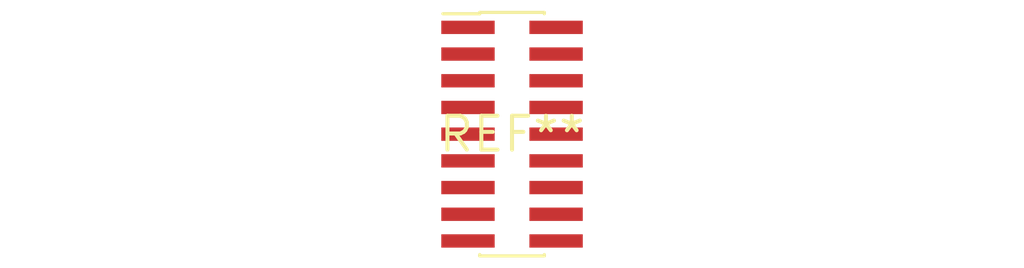
<source format=kicad_pcb>
(kicad_pcb (version 20240108) (generator pcbnew)
  (layers (0 "F.Cu" signal) (31 "B.Cu" signal) (34 "B.Paste" user) (35 "F.Paste" user) (36 "B.SilkS" user "B.Silkscreen") (37 "F.SilkS" user "F.Silkscreen") (38 "B.Mask" user) (39 "F.Mask" user) (44 "Edge.Cuts" user))
  (net 0 "")
  (footprint "PinHeader_2x09_P1.00mm_Vertical_SMD" (layer "F.Cu") (at 0 0)
    (property "Reference" "REF**")
    (property "Value" "PinHeader_2x09_P1.00mm_Vertical_SMD")
    (fp_line (start -2.59 -4.51) (end -1.21 -4.51) (layer "F.SilkS") (stroke (width 0.12)))
    (fp_line (start -1.21 -4.56) (end -1.21 -4.51) (layer "F.SilkS") (stroke (width 0.12)))
    (fp_line (start -1.21 -4.56) (end 1.21 -4.56) (layer "F.SilkS") (stroke (width 0.12)))
    (fp_line (start -1.21 4.51) (end -1.21 4.56) (layer "F.SilkS") (stroke (width 0.12)))
    (fp_line (start -1.21 4.56) (end 1.21 4.56) (layer "F.SilkS") (stroke (width 0.12)))
    (fp_line (start 1.21 -4.56) (end 1.21 -4.51) (layer "F.SilkS") (stroke (width 0.12)))
    (fp_line (start 1.21 4.51) (end 1.21 4.56) (layer "F.SilkS") (stroke (width 0.12)))
    (pad "1" smd rect (at -1.65 -4) (size 2 0.5) (layers "F.Cu" "F.Paste" "F.Mask"))
    (pad "2" smd rect (at 1.65 -4) (size 2 0.5) (layers "F.Cu" "F.Paste" "F.Mask"))
    (pad "3" smd rect (at -1.65 -3) (size 2 0.5) (layers "F.Cu" "F.Paste" "F.Mask"))
    (pad "4" smd rect (at 1.65 -3) (size 2 0.5) (layers "F.Cu" "F.Paste" "F.Mask"))
    (pad "5" smd rect (at -1.65 -2) (size 2 0.5) (layers "F.Cu" "F.Paste" "F.Mask"))
    (pad "6" smd rect (at 1.65 -2) (size 2 0.5) (layers "F.Cu" "F.Paste" "F.Mask"))
    (pad "7" smd rect (at -1.65 -1) (size 2 0.5) (layers "F.Cu" "F.Paste" "F.Mask"))
    (pad "8" smd rect (at 1.65 -1) (size 2 0.5) (layers "F.Cu" "F.Paste" "F.Mask"))
    (pad "9" smd rect (at -1.65 0) (size 2 0.5) (layers "F.Cu" "F.Paste" "F.Mask"))
    (pad "10" smd rect (at 1.65 0) (size 2 0.5) (layers "F.Cu" "F.Paste" "F.Mask"))
    (pad "11" smd rect (at -1.65 1) (size 2 0.5) (layers "F.Cu" "F.Paste" "F.Mask"))
    (pad "12" smd rect (at 1.65 1) (size 2 0.5) (layers "F.Cu" "F.Paste" "F.Mask"))
    (pad "13" smd rect (at -1.65 2) (size 2 0.5) (layers "F.Cu" "F.Paste" "F.Mask"))
    (pad "14" smd rect (at 1.65 2) (size 2 0.5) (layers "F.Cu" "F.Paste" "F.Mask"))
    (pad "15" smd rect (at -1.65 3) (size 2 0.5) (layers "F.Cu" "F.Paste" "F.Mask"))
    (pad "16" smd rect (at 1.65 3) (size 2 0.5) (layers "F.Cu" "F.Paste" "F.Mask"))
    (pad "17" smd rect (at -1.65 4) (size 2 0.5) (layers "F.Cu" "F.Paste" "F.Mask"))
    (pad "18" smd rect (at 1.65 4) (size 2 0.5) (layers "F.Cu" "F.Paste" "F.Mask"))
  )
)
</source>
